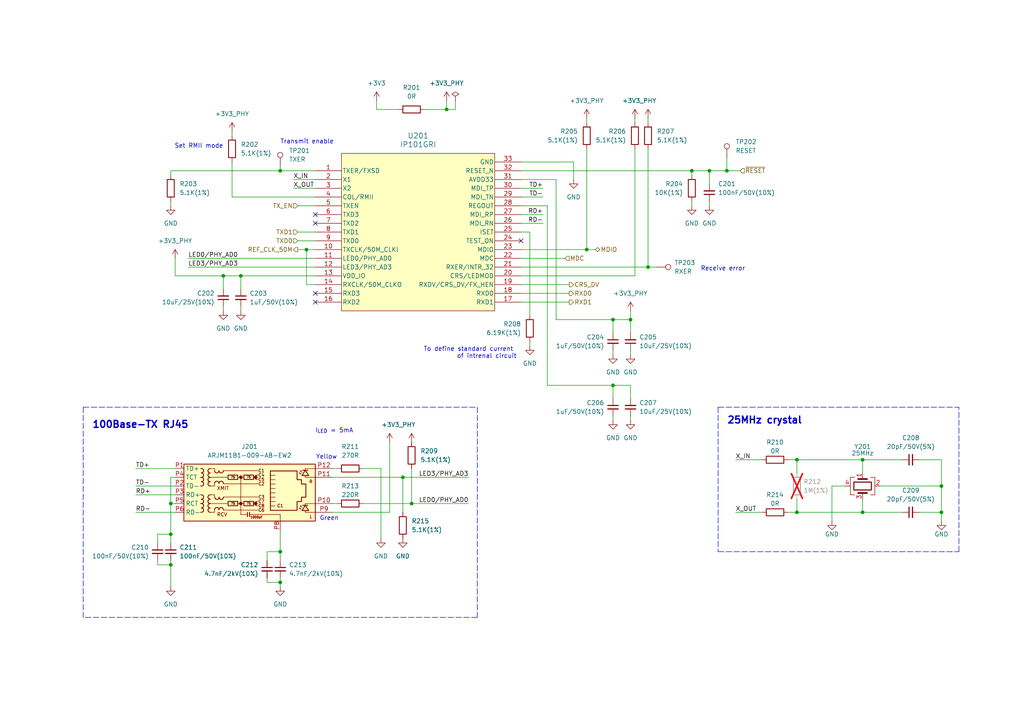
<source format=kicad_sch>
(kicad_sch (version 20230121) (generator eeschema)
  (paper "A4")
  (title_block (title "Safety Ride Radar Sensor") (date "2023-11-18") (rev "Rev.: WIP") (company "ALPS Electric Czech, s.r.o.") (comment 1 "Designed by Martin Tavoda"))
  (lib_symbols
    (symbol "Connector:RJ45_100Base-T"
      (property "Reference" "J201" (at 1.27 13.97 0))
      (property "Value" "ARJM11B1-009-AB-EW2" (at 1.27 11.43 0))
      (symbol "RJ45_100Base-T_0_0"
        (circle (center -1.27 -2.54) (radius 0.0001) (stroke (width 0.508)))
        (circle (center -1.27 5.08) (radius 0.0001) (stroke (width 0.508)))
        (polyline (pts (xy -1.27 5.08) (xy -1.27 -5.715)))
        (polyline (pts (xy 0.635 -5.08) (xy 0.635 -6.35)) (stroke (width 0.254)))
        (polyline (pts (xy 1.27 -5.08) (xy 1.27 -6.35)) (stroke (width 0.254)))
        (polyline (pts (xy 3.048 -2.54) (xy 2.54 -2.54)))
        (polyline (pts (xy 3.048 5.08) (xy 2.54 5.08)))
        (polyline (pts (xy 17.399 -3.175) (xy 17.399 -2.54) (xy 20.32 -2.54)))
        (polyline (pts (xy 17.399 6.985) (xy 17.399 7.62) (xy 20.32 7.62)))
        (polyline (pts (xy 20.32 -5.08) (xy 17.399 -5.08) (xy 17.399 -4.572)))
        (polyline (pts (xy 20.32 5.08) (xy 17.399 5.08) (xy 17.399 5.588)))
        (polyline (pts (xy 3.683 -1.905) (xy 3.048 -1.905) (xy 3.048 -3.175) (xy 3.683 -3.175)))
        (polyline (pts (xy 3.683 5.715) (xy 3.048 5.715) (xy 3.048 4.445) (xy 3.683 4.445)))
        (circle (center 3.048 -2.54) (radius 0.0001) (stroke (width 0.508)))
        (circle (center 3.048 5.08) (radius 0.0001) (stroke (width 0.508)))
        (text "C1" (at 10.16 -3.175 0) (effects (font (size 0.889 0.889))))
        (text "C2" (at 4.699 3.175 0) (effects (font (size 0.889 0.889))))
        (text "C3" (at 4.699 -0.635 0) (effects (font (size 0.889 0.889))))
        (text "C4" (at 4.699 5.715 0) (effects (font (size 0.889 0.889))))
        (text "C5" (at 4.699 4.445 0) (effects (font (size 0.889 0.889))))
        (text "C6" (at 4.699 -4.445 0) (effects (font (size 0.889 0.889))))
        (text "C7" (at 4.699 -1.905 0) (effects (font (size 0.889 0.889))))
        (text "C8" (at 4.699 -3.175 0) (effects (font (size 0.889 0.889))))
        (text "RCV" (at -8.255 -5.715 0) (effects (font (size 1.016 1.016)) (justify left)))
        (text "XMIT" (at -8.255 1.905 0) (effects (font (size 1.016 1.016)) (justify left)))
      )
      (symbol "RJ45_100Base-T_0_1"
        (rectangle (start -17.78 8.89) (end 20.32 -7.62) (stroke (width 0.254)) (fill (type background)))
        (polyline (pts (xy -12.7 -5.08) (xy -13.081 -5.08)))
        (polyline (pts (xy -12.7 -2.54) (xy -13.081 -2.54)))
        (polyline (pts (xy -12.7 0) (xy -13.081 0)))
        (polyline (pts (xy -12.7 2.54) (xy -13.081 2.54)))
        (polyline (pts (xy -12.7 5.08) (xy -13.081 5.08)))
        (polyline (pts (xy -12.7 7.62) (xy -13.081 7.62)))
        (polyline (pts (xy -6.35 -4.445) (xy 3.683 -4.445)))
        (polyline (pts (xy -6.35 3.175) (xy 3.683 3.175)))
        (polyline (pts (xy -6.35 6.985) (xy 3.683 6.985)))
        (polyline (pts (xy -6.223 -0.635) (xy 3.683 -0.635)))
        (polyline (pts (xy -5.08 -2.54) (xy -10.16 -2.54)))
        (polyline (pts (xy -4.953 5.08) (xy -10.16 5.08)))
        (polyline (pts (xy -2.159 -2.54) (xy -0.381 -2.54)))
        (polyline (pts (xy -2.159 5.08) (xy -0.381 5.08)))
        (polyline (pts (xy 0.635 -5.715) (xy -1.27 -5.715)))
        (polyline (pts (xy 7.4295 -1.9685) (xy 8.6995 -1.9685)))
        (polyline (pts (xy 7.4295 -0.6985) (xy 8.6995 -0.6985)))
        (polyline (pts (xy 7.4295 0.5715) (xy 8.6995 0.5715)))
        (polyline (pts (xy 7.4295 1.8415) (xy 8.6995 1.8415)))
        (polyline (pts (xy 7.4295 3.1115) (xy 8.6995 3.1115)))
        (polyline (pts (xy 8.6995 -3.2385) (xy 7.4295 -3.2385)))
        (polyline (pts (xy 8.6995 4.3815) (xy 7.4295 4.3815)))
        (polyline (pts (xy 8.6995 5.6515) (xy 7.4295 5.6515)))
        (polyline (pts (xy 10.16 -5.715) (xy 1.27 -5.715)))
        (polyline (pts (xy 10.16 -5.715) (xy 10.16 -7.62)))
        (polyline (pts (xy -10.16 0) (xy -8.89 0) (xy -8.89 -0.635)))
        (polyline (pts (xy -10.16 7.62) (xy -8.89 7.62) (xy -8.89 6.985)))
        (polyline (pts (xy -8.89 -4.445) (xy -8.89 -5.08) (xy -10.16 -5.08)))
        (polyline (pts (xy -8.89 3.175) (xy -8.89 2.54) (xy -10.16 2.54)))
      )
      (symbol "RJ45_100Base-T_1_0"
        (text "1000pF" (at 3.302 -6.477 0) (effects (font (size 0.635 0.635))))
        (text "C1" (at 4.699 6.985 0) (effects (font (size 0.889 0.889))))
        (text "L" (at 19.05 -6.35 0) (effects (font (size 0.889 0.889))))
        (text "R" (at 19.05 3.81 0) (effects (font (size 0.889 0.889))))
      )
      (symbol "RJ45_100Base-T_1_1"
        (arc (start -12.7 -1.27) (mid -12.0677 -0.635) (end -12.7 0) (stroke (width 0.254)))
        (arc (start -12.6973 -5.08) (mid -12.065 -4.445) (end -12.6973 -3.81) (stroke (width 0.254)))
        (arc (start -12.6973 -3.81) (mid -12.065 -3.175) (end -12.6973 -2.54) (stroke (width 0.254)))
        (arc (start -12.6973 -2.54) (mid -12.065 -1.905) (end -12.6973 -1.27) (stroke (width 0.254)))
        (arc (start -12.6973 6.35) (mid -12.065 6.985) (end -12.6973 7.62) (stroke (width 0.254)))
        (arc (start -12.6946 2.54) (mid -12.0623 3.175) (end -12.6946 3.81) (stroke (width 0.254)))
        (arc (start -12.6946 3.81) (mid -12.0623 4.445) (end -12.6946 5.08) (stroke (width 0.254)))
        (arc (start -12.6946 5.08) (mid -12.0623 5.715) (end -12.6946 6.35) (stroke (width 0.254)))
        (arc (start -10.1654 -2.54) (mid -10.7977 -3.175) (end -10.1654 -3.81) (stroke (width 0.254)))
        (arc (start -10.1654 -1.27) (mid -10.7977 -1.905) (end -10.1654 -2.54) (stroke (width 0.254)))
        (arc (start -10.1654 0) (mid -10.7977 -0.635) (end -10.1654 -1.27) (stroke (width 0.254)))
        (arc (start -10.1654 5.08) (mid -10.7977 4.445) (end -10.1654 3.81) (stroke (width 0.254)))
        (arc (start -10.1654 6.35) (mid -10.7977 5.715) (end -10.1654 5.08) (stroke (width 0.254)))
        (arc (start -10.1654 7.62) (mid -10.7977 6.985) (end -10.1654 6.35) (stroke (width 0.254)))
        (arc (start -10.1627 -3.81) (mid -10.795 -4.445) (end -10.1627 -5.08) (stroke (width 0.254)))
        (arc (start -10.1627 3.81) (mid -10.795 3.175) (end -10.1627 2.54) (stroke (width 0.254)))
        (arc (start -8.89 6.9823) (mid -8.255 6.35) (end -7.62 6.9823) (stroke (width 0.254)))
        (arc (start -8.8265 -0.7012) (mid -8.1915 -1.3335) (end -7.5565 -0.7012) (stroke (width 0.254)))
        (arc (start -7.62 -4.3153) (mid -8.255 -3.683) (end -8.89 -4.3153) (stroke (width 0.254)))
        (arc (start -7.62 3.3047) (mid -8.255 3.937) (end -8.89 3.3047) (stroke (width 0.254)))
        (arc (start -7.62 6.985) (mid -6.985 6.3527) (end -6.35 6.985) (stroke (width 0.254)))
        (arc (start -7.5565 -0.6985) (mid -6.9215 -1.3308) (end -6.2865 -0.6985) (stroke (width 0.254)))
        (arc (start -6.35 -4.3126) (mid -6.985 -3.6803) (end -7.62 -4.3126) (stroke (width 0.254)))
        (arc (start -6.35 3.3074) (mid -6.985 3.9397) (end -7.62 3.3074) (stroke (width 0.254)))
        (rectangle (start -4.953 -1.905) (end -2.159 -3.175) (stroke (width 0.254)))
        (rectangle (start -4.953 5.715) (end -2.159 4.445) (stroke (width 0.254)))
        (rectangle (start -0.381 -1.905) (end 2.413 -3.175) (stroke (width 0.254)))
        (rectangle (start -0.381 5.715) (end 2.413 4.445) (stroke (width 0.254)))
        (polyline (pts (xy 15.748 -3.81) (xy 15.748 -4.064)))
        (polyline (pts (xy 15.748 6.35) (xy 15.748 6.096)))
        (polyline (pts (xy 16.002 -3.175) (xy 16.002 -3.429)))
        (polyline (pts (xy 16.002 6.985) (xy 16.002 6.731)))
        (polyline (pts (xy 16.637 -3.048) (xy 18.161 -3.048)) (stroke (width 0.254)))
        (polyline (pts (xy 16.637 7.112) (xy 18.161 7.112)) (stroke (width 0.254)))
        (polyline (pts (xy 16.256 -4.318) (xy 15.748 -3.81) (xy 16.002 -3.81)))
        (polyline (pts (xy 16.256 5.842) (xy 15.748 6.35) (xy 16.002 6.35)))
        (polyline (pts (xy 16.51 -3.683) (xy 16.002 -3.175) (xy 16.256 -3.175)))
        (polyline (pts (xy 16.51 6.477) (xy 16.002 6.985) (xy 16.256 6.985)))
        (polyline (pts (xy 16.51 -4.572) (xy 18.415 -4.572) (xy 17.399 -3.048) (xy 16.51 -4.572)) (stroke (width 0.254)))
        (polyline (pts (xy 16.51 5.588) (xy 18.415 5.588) (xy 17.399 7.112) (xy 16.51 5.588)) (stroke (width 0.254)))
        (polyline (pts (xy 7.3025 -4.5085) (xy 7.3025 6.9215) (xy 15.0495 6.9215) (xy 15.0495 4.3815) (xy 16.3195 4.3815) (xy 16.3195 3.1115) (xy 17.5895 3.1115) (xy 17.5895 -0.6985) (xy 16.3195 -0.6985) (xy 16.3195 -1.9685) (xy 15.0495 -1.9685) (xy 15.0495 -4.5085) (xy 7.3025 -4.5085)) (stroke (width 0.254)))
        (text "75" (at -3.556 -2.54 0) (effects (font (size 0.635 0.635))))
        (text "75" (at -3.556 5.08 0) (effects (font (size 0.635 0.635))))
        (text "75" (at 1.016 -2.54 0) (effects (font (size 0.635 0.635))))
        (text "75" (at 1.016 5.08 0) (effects (font (size 0.635 0.635))))
        (pin no_connect line (at -8.89 -7.62 270) (length 0) hide (name "NC") (number "13"))
        (pin no_connect line (at -6.35 -7.62 270) (length 0) hide (name "NC") (number "14"))
        (pin passive line (at -20.32 7.62 0) (length 2.54) (name "TD+") (number "P1"))
        (pin passive line (at 25.4 -2.54 180) (length 5.08) (name "") (number "P10"))
        (pin passive line (at 25.4 5.08 180) (length 5.08) (name "") (number "P11"))
        (pin passive line (at 25.4 7.62 180) (length 5.08) (name "") (number "P12"))
        (pin passive line (at -20.32 2.54 0) (length 2.54) (name "TD-") (number "P2"))
        (pin passive line (at -20.32 0 0) (length 2.54) (name "RD+") (number "P3"))
        (pin passive line (at -20.32 5.08 0) (length 2.54) (name "TCT") (number "P4"))
        (pin passive line (at -20.32 -2.54 0) (length 2.54) (name "RCT") (number "P5"))
        (pin passive line (at -20.32 -5.08 0) (length 2.54) (name "RD-") (number "P6"))
        (pin no_connect line (at -11.43 -7.62 270) (length 0) hide (name "NC") (number "P7"))
        (pin passive line (at 10.16 -10.16 90) (length 2.54) (name "") (number "P8"))
        (pin passive line (at 25.4 -5.08 180) (length 5.08) (name "") (number "P9"))
      )
    )
    (symbol "Connector:TestPoint" (pin_numbers hide) (pin_names (offset 0.762) hide)
      (property "Reference" "TP" (at 0 6.858 0))
      (property "Value" "TestPoint" (at 0 5.08 0))
      (symbol "TestPoint_0_1"
        (circle (center 0 3.302) (radius 0.762))
      )
      (symbol "TestPoint_1_1"
        (pin passive line (at 0 0 90) (length 2.54) (name "1") (number "1"))
      )
    )
    (symbol "Device:C_Small" (pin_numbers hide) (pin_names (offset 0.254) hide)
      (property "Reference" "C" (at 0.254 1.778 0))
      (property "Value" "C_Small" (at 0.254 -2.032 0))
      (symbol "C_Small_0_1"
        (polyline (pts (xy -1.524 -0.508) (xy 1.524 -0.508)) (stroke (width 0.3302)))
        (polyline (pts (xy -1.524 0.508) (xy 1.524 0.508)) (stroke (width 0.3048)))
      )
      (symbol "C_Small_1_1"
        (pin passive line (at 0 2.54 270) (length 2.032) (name "~") (number "1"))
        (pin passive line (at 0 -2.54 90) (length 2.032) (name "~") (number "2"))
      )
    )
    (symbol "Device:Crystal_GND24" (pin_names (offset 1.016) hide)
      (property "Reference" "Y" (at 3.175 5.08 0))
      (property "Value" "Crystal_GND24" (at 3.175 3.175 0))
      (symbol "Crystal_GND24_0_1"
        (rectangle (start -1.143 2.54) (end 1.143 -2.54) (stroke (width 0.3048)))
        (polyline (pts (xy -2.54 0) (xy -2.032 0)))
        (polyline (pts (xy -2.032 -1.27) (xy -2.032 1.27)) (stroke (width 0.508)))
        (polyline (pts (xy 0 -3.81) (xy 0 -3.556)))
        (polyline (pts (xy 0 3.556) (xy 0 3.81)))
        (polyline (pts (xy 2.032 -1.27) (xy 2.032 1.27)) (stroke (width 0.508)))
        (polyline (pts (xy 2.032 0) (xy 2.54 0)))
        (polyline (pts (xy -2.54 -2.286) (xy -2.54 -3.556) (xy 2.54 -3.556) (xy 2.54 -2.286)))
        (polyline (pts (xy -2.54 2.286) (xy -2.54 3.556) (xy 2.54 3.556) (xy 2.54 2.286)))
      )
      (symbol "Crystal_GND24_1_1"
        (pin passive line (at -3.81 0 0) (length 1.27) (name "1") (number "1"))
        (pin passive line (at 0 5.08 270) (length 1.27) (name "2") (number "2"))
        (pin passive line (at 3.81 0 180) (length 1.27) (name "3") (number "3"))
        (pin passive line (at 0 -5.08 90) (length 1.27) (name "4") (number "4"))
      )
    )
    (symbol "Device:R" (pin_numbers hide) (pin_names (offset 0))
      (property "Reference" "R" (at 2.032 0 90))
      (property "Value" "R" (at 0 0 90))
      (symbol "R_0_1"
        (rectangle (start -1.016 -2.54) (end 1.016 2.54) (stroke (width 0.254)))
      )
      (symbol "R_1_1"
        (pin passive line (at 0 3.81 270) (length 1.27) (name "~") (number "1"))
        (pin passive line (at 0 -3.81 90) (length 1.27) (name "~") (number "2"))
      )
    )
    (symbol "IP101GRI:IP101GRI" (pin_names (offset 0.254))
      (property "Reference" "U201" (at 29.845 10.16 0))
      (property "Value" "IP101GRI" (at 29.845 7.62 0))
      (symbol "IP101GRI_0_1"
        (pin bidirectional line (at 0 -25.4 0) (length 7.62) (name "LED0/PHY_AD0") (number "11"))
        (pin bidirectional line (at 0 -27.94 0) (length 7.62) (name "LED3/PHY_AD3") (number "12"))
        (pin bidirectional line (at 0 -35.56 0) (length 7.62) (name "RXD3") (number "15"))
        (pin bidirectional line (at 0 -38.1 0) (length 7.62) (name "RXD2") (number "16"))
        (pin bidirectional line (at 0 -12.7 0) (length 7.62) (name "TXD3") (number "6"))
        (pin bidirectional line (at 0 -15.24 0) (length 7.62) (name "TXD2") (number "7"))
        (pin bidirectional line (at 0 -17.78 0) (length 7.62) (name "TXD1") (number "8"))
        (pin bidirectional line (at 0 -20.32 0) (length 7.62) (name "TXD0") (number "9"))
      )
      (symbol "IP101GRI_1_1"
        (rectangle (start 7.62 5.08) (end 52.07 -40.64) (fill (type background)))
        (pin passive line (at 0 0 0) (length 7.62) (name "TXER/FXSD") (number "1"))
        (pin passive line (at 0 -22.86 0) (length 7.62) (name "TXCLK/50M_CLKI") (number "10"))
        (pin power_in line (at 0 -30.48 0) (length 7.62) (name "VDD_IO") (number "13"))
        (pin passive line (at 0 -33.02 0) (length 7.62) (name "RXCLK/50M_CLKO") (number "14"))
        (pin bidirectional line (at 59.69 -38.1 180) (length 7.62) (name "RXD1") (number "17"))
        (pin bidirectional line (at 59.69 -35.56 180) (length 7.62) (name "RXD0") (number "18"))
        (pin passive line (at 59.69 -33.02 180) (length 7.62) (name "RXDV/CRS_DV/FX_HEN") (number "19"))
        (pin bidirectional line (at 0 -2.54 0) (length 7.62) (name "X1") (number "2"))
        (pin passive line (at 59.69 -30.48 180) (length 7.62) (name "CRS/LEDMOD") (number "20"))
        (pin passive line (at 59.69 -27.94 180) (length 7.62) (name "RXER/INTR_32") (number "21"))
        (pin passive line (at 59.69 -25.4 180) (length 7.62) (name "MDC") (number "22"))
        (pin passive line (at 59.69 -22.86 180) (length 7.62) (name "MDIO") (number "23"))
        (pin passive line (at 59.69 -20.32 180) (length 7.62) (name "TEST_ON") (number "24"))
        (pin passive line (at 59.69 -17.78 180) (length 7.62) (name "ISET") (number "25"))
        (pin passive line (at 59.69 -15.24 180) (length 7.62) (name "MDI_RN") (number "26"))
        (pin passive line (at 59.69 -12.7 180) (length 7.62) (name "MDI_RP") (number "27"))
        (pin output line (at 59.69 -10.16 180) (length 7.62) (name "REGOUT") (number "28"))
        (pin passive line (at 59.69 -7.62 180) (length 7.62) (name "MDI_TN") (number "29"))
        (pin passive line (at 0 -5.08 0) (length 7.62) (name "X2") (number "3"))
        (pin passive line (at 59.69 -5.08 180) (length 7.62) (name "MDI_TP") (number "30"))
        (pin power_in line (at 59.69 -2.54 180) (length 7.62) (name "AVDD33") (number "31"))
        (pin passive line (at 59.69 0 180) (length 7.62) (name "RESET_N") (number "32"))
        (pin power_out line (at 59.69 2.54 180) (length 7.62) (name "GND") (number "33"))
        (pin passive line (at 0 -7.62 0) (length 7.62) (name "COL/RMII") (number "4"))
        (pin passive line (at 0 -10.16 0) (length 7.62) (name "TXEN") (number "5"))
      )
    )
    (symbol "power:+3V3" (power) (pin_names (offset 0))
      (property "Value" "+3V3" (at 0 3.556 0))
      (symbol "+3V3_0_1"
        (polyline (pts (xy -0.762 1.27) (xy 0 2.54)))
        (polyline (pts (xy 0 0) (xy 0 2.54)))
        (polyline (pts (xy 0 2.54) (xy 0.762 1.27)))
      )
      (symbol "+3V3_1_1"
        (pin power_in line (at 0 0 90) (length 0) hide (name "+3V3") (number "1"))
      )
    )
    (symbol "power:+3V3_PHY" (power) (pin_names (offset 0))
      (property "Value" "+3V3_PHY" (at 0 5.08 0))
      (symbol "+3V3_PHY_0_1"
        (polyline (pts (xy -0.762 1.27) (xy 0 2.54)))
        (polyline (pts (xy 0 0) (xy 0 2.54)))
        (polyline (pts (xy 0 2.54) (xy 0.762 1.27)))
      )
      (symbol "+3V3_PHY_1_1"
        (pin power_in line (at 0 0 90) (length 0) hide (name "+3V3_PHY") (number "1"))
      )
    )
    (symbol "power:GND" (power) (pin_names (offset 0))
      (property "Value" "GND" (at 0 -3.81 0))
      (symbol "GND_0_1"
        (polyline (pts (xy 0 0) (xy 0 -1.27) (xy 1.27 -1.27) (xy 0 -2.54) (xy -1.27 -1.27) (xy 0 -1.27)))
      )
      (symbol "GND_1_1"
        (pin power_in line (at 0 0 270) (length 0) hide (name "GND") (number "1"))
      )
    )
    (symbol "power:PWR_FLAG" (power) (pin_numbers hide) (pin_names (offset 0) hide)
      (property "Value" "PWR_FLAG" (at 0 3.81 0))
      (symbol "PWR_FLAG_0_0"
        (pin power_out line (at 0 0 90) (length 0) (name "pwr") (number "1"))
      )
      (symbol "PWR_FLAG_0_1"
        (polyline (pts (xy 0 0) (xy 0 1.27) (xy -1.016 1.905) (xy 0 2.54) (xy 1.016 1.905) (xy 0 1.27)))
      )
    )
  )
  (junction (at 273.05 140.97))
  (junction (at 69.85 80.01))
  (junction (at 64.77 80.01))
  (junction (at 205.74 49.53))
  (junction (at 187.96 77.47))
  (junction (at 49.53 146.05))
  (junction (at 81.28 160.02))
  (junction (at 231.14 148.59))
  (junction (at 119.38 146.05))
  (junction (at 49.53 163.83))
  (junction (at 231.14 133.35))
  (junction (at 116.84 138.43))
  (junction (at 200.66 49.53))
  (junction (at 177.8 92.71))
  (junction (at 129.54 31.75))
  (junction (at 273.05 148.59))
  (junction (at 170.18 72.39))
  (junction (at 88.9 72.39))
  (junction (at 250.19 148.59))
  (junction (at 250.19 133.35))
  (junction (at 182.88 92.71))
  (junction (at 81.28 49.53))
  (junction (at 177.8 111.76))
  (junction (at 81.28 168.91))
  (junction (at 49.53 154.94))
  (junction (at 210.82 49.53))
  (no_connect (at 91.44 87.63))
  (no_connect (at 151.13 69.85))
  (no_connect (at 91.44 64.77))
  (no_connect (at 91.44 62.23))
  (no_connect (at 91.44 85.09))
  (wire (pts (xy 182.88 111.76) (xy 182.88 115.57)))
  (wire (pts (xy 170.18 72.39) (xy 172.72 72.39)))
  (polyline (pts (xy 24.13 118.11) (xy 138.43 118.11)) (stroke (width 0) (type dash)))
  (wire (pts (xy 81.28 48.26) (xy 81.28 49.53)))
  (wire (pts (xy 177.8 111.76) (xy 182.88 111.76)))
  (wire (pts (xy 273.05 148.59) (xy 273.05 151.13)))
  (wire (pts (xy 231.14 148.59) (xy 250.19 148.59)))
  (wire (pts (xy 213.36 133.35) (xy 220.98 133.35)))
  (wire (pts (xy 200.66 50.8) (xy 200.66 49.53)))
  (wire (pts (xy 200.66 58.42) (xy 200.66 59.69)))
  (wire (pts (xy 205.74 58.42) (xy 205.74 59.69)))
  (wire (pts (xy 119.38 146.05) (xy 135.89 146.05)))
  (wire (pts (xy 69.85 80.01) (xy 91.44 80.01)))
  (wire (pts (xy 123.19 31.75) (xy 129.54 31.75)))
  (wire (pts (xy 81.28 168.91) (xy 81.28 167.64)))
  (wire (pts (xy 151.13 67.31) (xy 153.67 67.31)))
  (wire (pts (xy 96.52 135.89) (xy 97.79 135.89)))
  (wire (pts (xy 49.53 49.53) (xy 49.53 50.8)))
  (wire (pts (xy 77.47 162.56) (xy 77.47 160.02)))
  (wire (pts (xy 182.88 92.71) (xy 182.88 96.52)))
  (wire (pts (xy 273.05 133.35) (xy 273.05 140.97)))
  (wire (pts (xy 67.31 46.99) (xy 67.31 57.15)))
  (wire (pts (xy 85.09 54.61) (xy 91.44 54.61)))
  (wire (pts (xy 151.13 82.55) (xy 165.1 82.55)))
  (wire (pts (xy 182.88 90.17) (xy 182.88 92.71)))
  (wire (pts (xy 109.22 29.21) (xy 109.22 31.75)))
  (wire (pts (xy 231.14 144.78) (xy 231.14 148.59)))
  (wire (pts (xy 182.88 101.6) (xy 182.88 102.87)))
  (wire (pts (xy 158.75 111.76) (xy 158.75 59.69)))
  (wire (pts (xy 228.6 133.35) (xy 231.14 133.35)))
  (wire (pts (xy 49.53 138.43) (xy 49.53 146.05)))
  (wire (pts (xy 255.27 140.97) (xy 273.05 140.97)))
  (wire (pts (xy 151.13 52.07) (xy 161.29 52.07)))
  (wire (pts (xy 273.05 140.97) (xy 273.05 148.59)))
  (wire (pts (xy 184.15 34.29) (xy 184.15 35.56)))
  (wire (pts (xy 49.53 154.94) (xy 49.53 146.05)))
  (wire (pts (xy 86.36 72.39) (xy 88.9 72.39)))
  (wire (pts (xy 153.67 67.31) (xy 153.67 91.44)))
  (wire (pts (xy 85.09 52.07) (xy 91.44 52.07)))
  (wire (pts (xy 96.52 146.05) (xy 97.79 146.05)))
  (wire (pts (xy 241.3 140.97) (xy 245.11 140.97)))
  (polyline (pts (xy 208.28 160.02) (xy 278.13 160.02)) (stroke (width 0) (type dash)))
  (polyline (pts (xy 138.43 118.11) (xy 138.43 179.07)) (stroke (width 0) (type dash)))
  (wire (pts (xy 250.19 144.78) (xy 250.19 148.59)))
  (wire (pts (xy 88.9 72.39) (xy 91.44 72.39)))
  (wire (pts (xy 228.6 148.59) (xy 231.14 148.59)))
  (wire (pts (xy 213.36 148.59) (xy 220.98 148.59)))
  (wire (pts (xy 151.13 49.53) (xy 200.66 49.53)))
  (wire (pts (xy 266.7 148.59) (xy 273.05 148.59)))
  (polyline (pts (xy 278.13 160.02) (xy 278.13 118.11)) (stroke (width 0) (type dash)))
  (wire (pts (xy 250.19 133.35) (xy 261.62 133.35)))
  (wire (pts (xy 110.49 135.89) (xy 110.49 156.21)))
  (wire (pts (xy 39.37 140.97) (xy 50.8 140.97)))
  (wire (pts (xy 182.88 120.65) (xy 182.88 121.92)))
  (wire (pts (xy 187.96 34.29) (xy 187.96 35.56)))
  (wire (pts (xy 39.37 135.89) (xy 50.8 135.89)))
  (wire (pts (xy 54.61 77.47) (xy 91.44 77.47)))
  (wire (pts (xy 177.8 101.6) (xy 177.8 102.87)))
  (wire (pts (xy 77.47 168.91) (xy 81.28 168.91)))
  (polyline (pts (xy 24.13 118.11) (xy 24.13 179.07)) (stroke (width 0) (type dash)))
  (polyline (pts (xy 208.28 118.11) (xy 208.28 160.02)) (stroke (width 0) (type dash)))
  (wire (pts (xy 241.3 140.97) (xy 241.3 151.13)))
  (wire (pts (xy 81.28 153.67) (xy 81.28 160.02)))
  (wire (pts (xy 177.8 92.71) (xy 177.8 96.52)))
  (wire (pts (xy 132.08 31.75) (xy 129.54 31.75)))
  (wire (pts (xy 151.13 80.01) (xy 184.15 80.01)))
  (wire (pts (xy 67.31 57.15) (xy 91.44 57.15)))
  (wire (pts (xy 231.14 133.35) (xy 250.19 133.35)))
  (wire (pts (xy 39.37 143.51) (xy 50.8 143.51)))
  (wire (pts (xy 113.03 148.59) (xy 96.52 148.59)))
  (wire (pts (xy 81.28 49.53) (xy 91.44 49.53)))
  (wire (pts (xy 151.13 57.15) (xy 157.48 57.15)))
  (wire (pts (xy 77.47 167.64) (xy 77.47 168.91)))
  (wire (pts (xy 45.72 154.94) (xy 49.53 154.94)))
  (wire (pts (xy 177.8 120.65) (xy 177.8 121.92)))
  (wire (pts (xy 45.72 163.83) (xy 49.53 163.83)))
  (wire (pts (xy 187.96 77.47) (xy 190.5 77.47)))
  (wire (pts (xy 184.15 80.01) (xy 184.15 43.18)))
  (wire (pts (xy 151.13 85.09) (xy 165.1 85.09)))
  (wire (pts (xy 86.36 69.85) (xy 91.44 69.85)))
  (wire (pts (xy 91.44 82.55) (xy 88.9 82.55)))
  (wire (pts (xy 170.18 43.18) (xy 170.18 72.39)))
  (wire (pts (xy 151.13 62.23) (xy 157.48 62.23)))
  (wire (pts (xy 77.47 160.02) (xy 81.28 160.02)))
  (polyline (pts (xy 208.28 118.11) (xy 278.13 118.11)) (stroke (width 0) (type dash)))
  (wire (pts (xy 210.82 49.53) (xy 205.74 49.53)))
  (wire (pts (xy 119.38 135.89) (xy 119.38 146.05)))
  (wire (pts (xy 96.52 138.43) (xy 116.84 138.43)))
  (wire (pts (xy 81.28 168.91) (xy 81.28 170.18)))
  (wire (pts (xy 161.29 92.71) (xy 177.8 92.71)))
  (wire (pts (xy 49.53 163.83) (xy 49.53 170.18)))
  (wire (pts (xy 151.13 87.63) (xy 165.1 87.63)))
  (wire (pts (xy 151.13 72.39) (xy 170.18 72.39)))
  (wire (pts (xy 64.77 88.9) (xy 64.77 90.17)))
  (wire (pts (xy 153.67 99.06) (xy 153.67 100.33)))
  (wire (pts (xy 49.53 58.42) (xy 49.53 59.69)))
  (wire (pts (xy 50.8 138.43) (xy 49.53 138.43)))
  (wire (pts (xy 170.18 34.29) (xy 170.18 35.56)))
  (wire (pts (xy 177.8 111.76) (xy 177.8 115.57)))
  (wire (pts (xy 105.41 146.05) (xy 119.38 146.05)))
  (wire (pts (xy 151.13 74.93) (xy 163.83 74.93)))
  (wire (pts (xy 177.8 92.71) (xy 182.88 92.71)))
  (wire (pts (xy 64.77 80.01) (xy 64.77 83.82)))
  (wire (pts (xy 81.28 49.53) (xy 49.53 49.53)))
  (wire (pts (xy 250.19 148.59) (xy 261.62 148.59)))
  (wire (pts (xy 250.19 133.35) (xy 250.19 137.16)))
  (wire (pts (xy 187.96 77.47) (xy 187.96 43.18)))
  (wire (pts (xy 45.72 157.48) (xy 45.72 154.94)))
  (wire (pts (xy 113.03 128.27) (xy 113.03 148.59)))
  (wire (pts (xy 105.41 135.89) (xy 110.49 135.89)))
  (wire (pts (xy 54.61 74.93) (xy 91.44 74.93)))
  (wire (pts (xy 81.28 162.56) (xy 81.28 160.02)))
  (wire (pts (xy 67.31 38.1) (xy 67.31 39.37)))
  (wire (pts (xy 49.53 146.05) (xy 50.8 146.05)))
  (wire (pts (xy 151.13 54.61) (xy 157.48 54.61)))
  (wire (pts (xy 64.77 80.01) (xy 69.85 80.01)))
  (wire (pts (xy 166.37 46.99) (xy 151.13 46.99)))
  (wire (pts (xy 132.08 29.21) (xy 132.08 31.75)))
  (wire (pts (xy 158.75 59.69) (xy 151.13 59.69)))
  (wire (pts (xy 39.37 148.59) (xy 50.8 148.59)))
  (wire (pts (xy 151.13 77.47) (xy 187.96 77.47)))
  (wire (pts (xy 210.82 45.72) (xy 210.82 49.53)))
  (wire (pts (xy 49.53 157.48) (xy 49.53 154.94)))
  (wire (pts (xy 129.54 31.75) (xy 129.54 29.21)))
  (wire (pts (xy 69.85 80.01) (xy 69.85 83.82)))
  (wire (pts (xy 266.7 133.35) (xy 273.05 133.35)))
  (wire (pts (xy 161.29 52.07) (xy 161.29 92.71)))
  (wire (pts (xy 49.53 163.83) (xy 49.53 162.56)))
  (wire (pts (xy 45.72 162.56) (xy 45.72 163.83)))
  (wire (pts (xy 166.37 52.07) (xy 166.37 46.99)))
  (wire (pts (xy 177.8 111.76) (xy 158.75 111.76)))
  (wire (pts (xy 205.74 49.53) (xy 205.74 53.34)))
  (wire (pts (xy 50.8 74.93) (xy 50.8 80.01)))
  (wire (pts (xy 200.66 49.53) (xy 205.74 49.53)))
  (wire (pts (xy 88.9 82.55) (xy 88.9 72.39)))
  (wire (pts (xy 151.13 64.77) (xy 157.48 64.77)))
  (wire (pts (xy 231.14 133.35) (xy 231.14 137.16)))
  (wire (pts (xy 109.22 31.75) (xy 115.57 31.75)))
  (wire (pts (xy 116.84 138.43) (xy 116.84 148.59)))
  (wire (pts (xy 50.8 80.01) (xy 64.77 80.01)))
  (wire (pts (xy 116.84 138.43) (xy 135.89 138.43)))
  (wire (pts (xy 86.36 67.31) (xy 91.44 67.31)))
  (wire (pts (xy 69.85 88.9) (xy 69.85 90.17)))
  (polyline (pts (xy 138.43 179.07) (xy 24.13 179.07)) (stroke (width 0) (type dash)))
  (wire (pts (xy 86.36 59.69) (xy 91.44 59.69)))
  (wire (pts (xy 214.63 49.53) (xy 210.82 49.53)))
  (text "Green" (at 92.71 151.13 0) (effects (font (size 1.27 1.27)) (justify left bottom)))
  (text "100Base-TX RJ45" (at 26.67 124.46 0) (effects (font (size 2 2) (thickness 0.4) bold) (justify left bottom)))
  (text "I_{LED} = 5mA" (at 91.44 125.73 0) (effects (font (size 1.27 1.27)) (justify left bottom)))
  (text "25MHz crystal" (at 210.82 123.19 0) (effects (font (size 2 2) (thickness 0.4) bold) (justify left bottom)))
  (text "Receive error" (at 203.2 78.74 0) (effects (font (size 1.27 1.27)) (justify left bottom)))
  (text "Set RMII mode" (at 64.77 43.18 0) (effects (font (size 1.27 1.27)) (justify right bottom)))
  (text "Yellow" (at 97.79 133.35 0) (effects (font (size 1.27 1.27)) (justify right bottom)))
  (text "Transmit enable" (at 81.28 41.91 0) (effects (font (size 1.27 1.27)) (justify left bottom)))
  (text "To define standard current \nof intrenal circuit" (at 149.86 104.14 0) (effects (font (size 1.27 1.27)) (justify right bottom)))
  (label "X_IN" (at 85.09 52.07 0))
  (label "X_OUT" (at 85.09 54.61 0))
  (label "TD+" (at 39.37 135.89 0))
  (label "TD-" (at 157.48 57.15 180))
  (label "RD-" (at 157.48 64.77 180))
  (label "LED0{slash}PHY_AD0" (at 135.89 146.05 180))
  (label "X_IN" (at 213.36 133.35 0))
  (label "LED3{slash}PHY_AD3" (at 54.61 77.47 0))
  (label "RD+" (at 39.37 143.51 0))
  (label "RD+" (at 157.48 62.23 180))
  (label "TD+" (at 157.48 54.61 180))
  (label "LED3{slash}PHY_AD3" (at 135.89 138.43 180))
  (label "LED0{slash}PHY_AD0" (at 54.61 74.93 0))
  (label "RD-" (at 39.37 148.59 0))
  (label "X_OUT" (at 213.36 148.59 0))
  (label "TD-" (at 39.37 140.97 0))
  (hierarchical_label "TX_EN" (shape input) (at 86.36 59.69 180))
  (hierarchical_label "CRS_DV" (shape output) (at 165.1 82.55 0))
  (hierarchical_label "MDIO" (shape bidirectional) (at 172.72 72.39 0))
  (hierarchical_label "MDC" (shape input) (at 163.83 74.93 0))
  (hierarchical_label "REF_CLK_50M" (shape output) (at 86.36 72.39 180))
  (hierarchical_label "RXD1" (shape output) (at 165.1 87.63 0))
  (hierarchical_label "TXD1" (shape input) (at 86.36 67.31 180))
  (hierarchical_label "~{RESET}" (shape input) (at 214.63 49.53 0))
  (hierarchical_label "TXD0" (shape input) (at 86.36 69.85 180))
  (hierarchical_label "RXD0" (shape output) (at 165.1 85.09 0))
  (symbol (lib_id "Device:R") (at 116.84 152.4 180) (unit 1)
    (property "Reference" "R215" (at 119.38 151.13 0) (effects (justify right)))
    (property "Value" "5.1K(1%)" (at 119.38 153.67 0) (effects (justify right)))
    (property "Footprint" "Resistor_SMD:R_0603_1608Metric" (effects hide))
    (property "LCSC" "C23186" (effects hide))
  )
  (symbol (lib_id "Device:R") (at 119.38 132.08 0) (mirror x) (unit 1)
    (property "Reference" "R209" (at 121.92 130.81 0) (effects (justify left)))
    (property "Value" "5.1K(1%)" (at 121.92 133.35 0) (effects (justify left)))
    (property "Footprint" "Resistor_SMD:R_0603_1608Metric" (effects hide))
    (property "LCSC" "C23186" (effects hide))
  )
  (symbol (lib_id "Device:C_Small") (at 64.77 86.36 0) (mirror x) (unit 1)
    (property "Reference" "C202" (at 62.23 85.0836 0) (effects (justify right)))
    (property "Value" "10uF/25V(10%)" (at 62.23 87.6236 0) (effects (justify right)))
    (property "Footprint" "Capacitor_SMD:C_1206_3216Metric" (effects hide))
    (property "LCSC" "C77090" (effects hide))
  )
  (symbol (lib_id "Connector:TestPoint") (at 210.82 45.72 0) (unit 1)
    (property "Reference" "TP202" (at 213.36 41.148 0) (effects (justify left)))
    (property "Value" "RESET" (at 213.36 43.688 0) (effects (justify left)))
    (property "Footprint" "TestPoint:TestPoint_Pad_D2.0mm" (effects hide))
  )
  (symbol (lib_id "Device:Crystal_GND24") (at 250.19 140.97 270) (unit 1)
    (property "Reference" "Y201" (at 250.19 129.54 90))
    (property "Value" "25MHz" (at 250.19 131.445 90))
    (property "Footprint" "Crystal:Crystal_SMD_3225-4Pin_3.2x2.5mm" (effects hide))
    (property "Datasheet" "https://datasheet.lcsc.com/lcsc/2304140030_TAITIEN-Elec-XXCBCLNANF-25M_C124313.pdf" (effects hide))
    (property "LCSC" "C124313" (effects hide))
  )
  (symbol (lib_id "power:GND") (at 182.88 102.87 0) (mirror y) (unit 1)
    (property "Reference" "#PWR0217" (effects hide))
    (property "Value" "GND" (at 182.88 107.95 0))
  )
  (symbol (lib_id "power:GND") (at 81.28 170.18 0) (mirror y) (unit 1)
    (property "Reference" "#PWR0227" (effects hide))
    (property "Value" "GND" (at 81.28 175.26 0))
  )
  (symbol (lib_id "power:GND") (at 177.8 102.87 0) (mirror y) (unit 1)
    (property "Reference" "#PWR0216" (effects hide))
    (property "Value" "GND" (at 177.8 107.95 0))
  )
  (symbol (lib_id "power:GND") (at 110.49 156.21 0) (mirror y) (unit 1)
    (property "Reference" "#PWR0224" (effects hide))
    (property "Value" "GND" (at 110.49 161.29 0))
  )
  (symbol (lib_id "power:GND") (at 166.37 52.07 0) (unit 1)
    (property "Reference" "#PWR0204" (effects hide))
    (property "Value" "GND" (at 166.37 57.15 0))
  )
  (symbol (lib_id "Device:R") (at 170.18 39.37 0) (mirror y) (unit 1)
    (property "Reference" "R205" (at 167.64 38.1 0) (effects (justify left)))
    (property "Value" "5.1K(1%)" (at 167.64 40.64 0) (effects (justify left)))
    (property "Footprint" "Resistor_SMD:R_0603_1608Metric" (effects hide))
    (property "LCSC" "C23186" (effects hide))
  )
  (symbol (lib_id "Device:R") (at 49.53 54.61 0) (unit 1)
    (property "Reference" "R203" (at 52.07 53.34 0) (effects (justify left)))
    (property "Value" "5.1K(1%)" (at 52.07 55.88 0) (effects (justify left)))
    (property "Footprint" "Resistor_SMD:R_0603_1608Metric" (effects hide))
    (property "LCSC" "C23186" (effects hide))
  )
  (symbol (lib_id "IP101GRI:IP101GRI") (at 91.44 49.53 0) (unit 1)
    (property "Reference" "U201" (at 121.285 39.37 0) (effects (font (size 1.524 1.524))))
    (property "Value" "IP101GRI" (at 121.285 41.91 0) (effects (font (size 1.524 1.524))))
    (property "Footprint" "IP101GRI:QFN_IP101GRI_WIZ" (effects hide))
    (property "Datasheet" "https://datasheet.lcsc.com/lcsc/2206021645_WIZNET-IP101GRI_C910373.pdf" (effects hide))
    (property "LCSC" "C703537" (effects hide))
  )
  (symbol (lib_id "Device:C_Small") (at 177.8 118.11 0) (mirror y) (unit 1)
    (property "Reference" "C206" (at 175.26 116.8463 0) (effects (justify left)))
    (property "Value" "1uF/50V(10%)" (at 175.26 119.3863 0) (effects (justify left)))
    (property "Footprint" "Capacitor_SMD:C_0603_1608Metric" (effects hide))
    (property "LCSC" "C15849" (effects hide))
  )
  (symbol (lib_id "Device:C_Small") (at 69.85 86.36 0) (unit 1)
    (property "Reference" "C203" (at 72.39 85.0963 0) (effects (justify left)))
    (property "Value" "1uF/50V(10%)" (at 72.39 87.6363 0) (effects (justify left)))
    (property "Footprint" "Capacitor_SMD:C_0603_1608Metric" (effects hide))
    (property "LCSC" "C15849" (effects hide))
  )
  (symbol (lib_id "power:+3V3_PHY") (at 184.15 34.29 0) (unit 1)
    (property "Reference" "#PWR0209" (effects hide))
    (property "Value" "+3V3_PHY" (at 185.42 29.21 0))
  )
  (symbol (lib_id "Device:R") (at 187.96 39.37 0) (unit 1)
    (property "Reference" "R207" (at 190.5 38.1 0) (effects (justify left)))
    (property "Value" "5.1K(1%)" (at 190.5 40.64 0) (effects (justify left)))
    (property "Footprint" "Resistor_SMD:R_0603_1608Metric" (effects hide))
    (property "LCSC" "C23186" (effects hide))
  )
  (symbol (lib_id "Connector:TestPoint") (at 81.28 48.26 0) (unit 1)
    (property "Reference" "TP201" (at 83.82 43.688 0) (effects (justify left)))
    (property "Value" "TXER" (at 83.82 46.228 0) (effects (justify left)))
    (property "Footprint" "TestPoint:TestPoint_Pad_D2.0mm" (effects hide))
  )
  (symbol (lib_id "Device:C_Small") (at 182.88 99.06 180) (unit 1)
    (property "Reference" "C205" (at 185.42 97.7836 0) (effects (justify right)))
    (property "Value" "10uF/25V(10%)" (at 185.42 100.3236 0) (effects (justify right)))
    (property "Footprint" "Capacitor_SMD:C_1206_3216Metric" (effects hide))
    (property "LCSC" "C77090" (effects hide))
  )
  (symbol (lib_id "Device:C_Small") (at 49.53 160.02 0) (unit 1)
    (property "Reference" "C211" (at 52.07 158.7563 0) (effects (justify left)))
    (property "Value" "100nF/50V(10%)" (at 52.07 161.2963 0) (effects (justify left)))
    (property "Footprint" "Capacitor_SMD:C_0603_1608Metric" (effects hide))
    (property "LCSC" "C14663" (effects hide))
  )
  (symbol (lib_id "power:GND") (at 200.66 59.69 0) (unit 1)
    (property "Reference" "#PWR0208" (effects hide))
    (property "Value" "GND" (at 200.66 64.77 0))
  )
  (symbol (lib_id "Device:C_Small") (at 77.47 165.1 0) (mirror y) (unit 1)
    (property "Reference" "C212" (at 74.93 163.8363 0) (effects (justify left)))
    (property "Value" "4.7nF/2kV(10%)" (at 74.93 166.3763 0) (effects (justify left)))
    (property "Footprint" "Capacitor_SMD:C_1206_3216Metric" (effects hide))
    (property "LCSC" "C41017" (effects hide))
  )
  (symbol (lib_id "Device:R") (at 119.38 31.75 270) (unit 1)
    (property "Reference" "R201" (at 119.38 25.4 90))
    (property "Value" "0R" (at 119.38 27.94 90))
    (property "Footprint" "Resistor_SMD:R_0805_2012Metric" (effects hide))
    (property "LCSC" "C17477" (effects hide))
    (instances (project "CycloRadarDemoKit" (path "" (reference "R201") (unit 1)) (path "" (reference "R418") (unit 1))))
  )
  (symbol (lib_id "Device:C_Small") (at 264.16 148.59 90) (unit 1)
    (property "Reference" "C209" (at 264.1663 142.24 90))
    (property "Value" "20pF/50V(5%)" (at 264.1663 144.78 90))
  )
  (symbol (lib_id "Device:C_Small") (at 177.8 99.06 0) (mirror y) (unit 1)
    (property "Reference" "C204" (at 175.26 97.7963 0) (effects (justify left)))
    (property "Value" "1uF/50V(10%)" (at 175.26 100.3363 0) (effects (justify left)))
    (property "Footprint" "Capacitor_SMD:C_0603_1608Metric" (effects hide))
    (property "LCSC" "C15849" (effects hide))
  )
  (symbol (lib_id "power:+3V3_PHY") (at 129.54 29.21 0) (unit 1)
    (property "Reference" "#PWR0202" (effects hide))
    (property "Value" "+3V3_PHY" (at 129.54 24.13 0))
    (instances (project "CycloRadarDemoKit" (path "" (reference "#PWR0202") (unit 1)) (path "" (reference "#PWR0427") (unit 1))))
  )
  (symbol (lib_id "Device:R") (at 67.31 43.18 0) (unit 1)
    (property "Reference" "R202" (at 69.85 41.91 0) (effects (justify left)))
    (property "Value" "5.1K(1%)" (at 69.85 44.45 0) (effects (justify left)))
    (property "Footprint" "Resistor_SMD:R_0603_1608Metric" (effects hide))
    (property "LCSC" "C23186" (effects hide))
  )
  (symbol (lib_id "Device:C_Small") (at 205.74 55.88 180) (unit 1)
    (property "Reference" "C201" (at 208.28 53.34 0) (effects (justify right)))
    (property "Value" "100nF/50V(10%)" (at 208.28 55.88 0) (effects (justify right)))
    (property "Footprint" "Capacitor_SMD:C_0603_1608Metric" (effects hide))
    (property "LCSC" "C14663" (effects hide))
  )
  (symbol (lib_id "power:GND") (at 241.3 151.13 0) (unit 1)
    (property "Reference" "#PWR0222" (effects hide))
    (property "Value" "GND" (at 241.3 154.94 0))
  )
  (symbol (lib_id "power:GND") (at 205.74 59.69 0) (unit 1)
    (property "Reference" "#PWR0207" (effects hide))
    (property "Value" "GND" (at 205.74 64.77 0))
  )
  (symbol (lib_id "power:GND") (at 69.85 90.17 0) (unit 1)
    (property "Reference" "#PWR0213" (effects hide))
    (property "Value" "GND" (at 69.85 95.25 0))
  )
  (symbol (lib_id "power:GND") (at 182.88 121.92 0) (mirror y) (unit 1)
    (property "Reference" "#PWR0219" (effects hide))
    (property "Value" "GND" (at 182.88 127 0))
  )
  (symbol (lib_id "power:+3V3_PHY") (at 50.8 74.93 0) (unit 1)
    (property "Reference" "#PWR0211" (effects hide))
    (property "Value" "+3V3_PHY" (at 50.8 69.85 0))
  )
  (symbol (lib_id "power:+3V3_PHY") (at 170.18 34.29 0) (unit 1)
    (property "Reference" "#PWR0206" (effects hide))
    (property "Value" "+3V3_PHY" (at 170.18 29.21 0))
  )
  (symbol (lib_id "power:+3V3_PHY") (at 182.88 90.17 0) (unit 1)
    (property "Reference" "#PWR0214" (effects hide))
    (property "Value" "+3V3_PHY" (at 182.88 85.09 0))
  )
  (symbol (lib_id "Device:R") (at 101.6 135.89 270) (unit 1)
    (property "Reference" "R211" (at 101.6 129.54 90))
    (property "Value" "270R" (at 101.6 132.08 90))
    (property "Footprint" "Resistor_SMD:R_0603_1608Metric" (effects hide))
    (property "LCSC" "C22966" (effects hide))
  )
  (symbol (lib_id "power:+3V3_PHY") (at 67.31 38.1 0) (unit 1)
    (property "Reference" "#PWR0203" (effects hide))
    (property "Value" "+3V3_PHY" (at 67.31 33.02 0))
  )
  (symbol (lib_id "Device:R") (at 184.15 39.37 0) (mirror y) (unit 1)
    (property "Reference" "R206" (at 181.61 38.1 0) (effects (justify left)))
    (property "Value" "5.1K(1%)" (at 181.61 40.64 0) (effects (justify left)))
    (property "Footprint" "Resistor_SMD:R_0603_1608Metric" (effects hide))
    (property "LCSC" "C23186" (effects hide))
  )
  (symbol (lib_id "Device:C_Small") (at 45.72 160.02 0) (mirror y) (unit 1)
    (property "Reference" "C210" (at 43.18 158.7563 0) (effects (justify left)))
    (property "Value" "100nF/50V(10%)" (at 43.18 161.2963 0) (effects (justify left)))
    (property "Footprint" "Capacitor_SMD:C_0603_1608Metric" (effects hide))
    (property "LCSC" "C14663" (effects hide))
  )
  (symbol (lib_id "Device:R") (at 224.79 148.59 90) (unit 1)
    (property "Reference" "R214" (at 224.79 143.51 90))
    (property "Value" "0R" (at 224.79 146.05 90))
    (property "Footprint" "Resistor_SMD:R_0805_2012Metric" (effects hide))
    (property "LCSC" "C17477" (effects hide))
  )
  (symbol (lib_id "power:PWR_FLAG") (at 132.08 29.21 0) (unit 1)
    (property "Reference" "#FLG0404" (effects hide))
    (property "Value" "PWR_FLAG" (effects hide))
    (instances (project "CycloRadarDemoKit" (path "" (reference "#FLG0404") (unit 1)) (path "" (reference "#FLG0201") (unit 1))))
  )
  (symbol (lib_id "Device:R") (at 153.67 95.25 0) (mirror y) (unit 1)
    (property "Reference" "R208" (at 151.13 93.98 0) (effects (justify left)))
    (property "Value" "6.19K(1%)" (at 151.13 96.52 0) (effects (justify left)))
    (property "Footprint" "Resistor_SMD:R_0603_1608Metric" (effects hide))
    (property "LCSC" "C403300" (effects hide))
  )
  (symbol (lib_id "Device:R") (at 101.6 146.05 270) (unit 1)
    (property "Reference" "R213" (at 101.6 140.97 90))
    (property "Value" "220R" (at 101.6 143.51 90))
    (property "Footprint" "Resistor_SMD:R_0603_1608Metric" (effects hide))
    (property "LCSC" "C22962" (effects hide))
  )
  (symbol (lib_id "Device:R") (at 200.66 54.61 180) (unit 1)
    (property "Reference" "R204" (at 198.12 53.34 0) (effects (justify left)))
    (property "Value" "10K(1%)" (at 198.12 55.88 0) (effects (justify left)))
    (property "Footprint" "Resistor_SMD:R_0603_1608Metric" (effects hide))
    (property "LCSC" "C25804" (effects hide))
  )
  (symbol (lib_id "power:GND") (at 273.05 151.13 0) (unit 1)
    (property "Reference" "#PWR0223" (effects hide))
    (property "Value" "GND" (at 273.05 154.94 0))
  )
  (symbol (lib_id "power:GND") (at 49.53 170.18 0) (mirror y) (unit 1)
    (property "Reference" "#PWR0226" (effects hide))
    (property "Value" "GND" (at 49.53 175.26 0))
  )
  (symbol (lib_id "Device:R") (at 224.79 133.35 90) (unit 1)
    (property "Reference" "R210" (at 224.79 128.27 90))
    (property "Value" "0R" (at 224.79 130.81 90))
    (property "Footprint" "Resistor_SMD:R_0805_2012Metric" (effects hide))
    (property "LCSC" "C17477" (effects hide))
  )
  (symbol (lib_id "Device:C_Small") (at 182.88 118.11 180) (unit 1)
    (property "Reference" "C207" (at 185.42 116.8336 0) (effects (justify right)))
    (property "Value" "10uF/25V(10%)" (at 185.42 119.3736 0) (effects (justify right)))
    (property "Footprint" "Capacitor_SMD:C_1206_3216Metric" (effects hide))
    (property "LCSC" "C77090" (effects hide))
  )
  (symbol (lib_id "Device:R") (at 231.14 140.97 180) (unit 1) (dnp yes)
    (property "Reference" "R212" (at 233.045 139.7 0) (effects (justify right)))
    (property "Value" "1M(1%)" (at 233.045 142.24 0) (effects (justify right)))
    (property "Footprint" "Resistor_SMD:R_0603_1608Metric" (effects hide))
    (property "LCSC" "C22935" (effects hide))
  )
  (symbol (lib_id "power:GND") (at 49.53 59.69 0) (unit 1)
    (property "Reference" "#PWR0205" (effects hide))
    (property "Value" "GND" (at 49.53 64.77 0))
  )
  (symbol (lib_id "power:+3V3_PHY") (at 113.03 128.27 0) (unit 1)
    (property "Reference" "#PWR0220" (effects hide))
    (property "Value" "+3V3_PHY" (at 115.57 123.19 0))
  )
  (symbol (lib_id "power:+3V3_PHY") (at 187.96 34.29 0) (unit 1)
    (property "Reference" "#PWR0210" (effects hide))
    (property "Value" "+3V3_PHY" (effects hide))
  )
  (symbol (lib_id "power:GND") (at 153.67 100.33 0) (unit 1)
    (property "Reference" "#PWR0215" (effects hide))
    (property "Value" "GND" (at 153.67 105.41 0))
  )
  (symbol (lib_id "power:+3V3_PHY") (at 119.38 128.27 0) (unit 1)
    (property "Reference" "#PWR0221" (effects hide))
    (property "Value" "+3V3_PHY" (effects hide))
  )
  (symbol (lib_id "Connector:RJ45_100Base-T") (at 71.12 143.51 0) (unit 1)
    (property "Reference" "J201" (at 72.39 129.54 0))
    (property "Value" "ARJM11B1-009-AB-EW2" (at 72.39 132.08 0))
    (property "Footprint" "Connector_RJ:RJ45_Abracon_ARJM11B1-009-AB-EW2_ABR" (effects hide))
    (property "Datasheet" "https://cz.mouser.com/datasheet/2/3/ARJM11-1775072.pdf" (effects hide))
    (property "Mouser" "815-RJM11B1009ABEW2" (effects hide))
  )
  (symbol (lib_id "power:+3V3") (at 109.22 29.21 0) (mirror y) (unit 1)
    (property "Reference" "#PWR0426" (effects hide))
    (property "Value" "+3V3" (at 109.22 24.13 0))
    (instances (project "CycloRadarDemoKit" (path "" (reference "#PWR0426") (unit 1)) (path "" (reference "#PWR0201") (unit 1))))
  )
  (symbol (lib_id "power:GND") (at 177.8 121.92 0) (mirror y) (unit 1)
    (property "Reference" "#PWR0218" (effects hide))
    (property "Value" "GND" (at 177.8 127 0))
  )
  (symbol (lib_id "power:GND") (at 64.77 90.17 0) (unit 1)
    (property "Reference" "#PWR0212" (effects hide))
    (property "Value" "GND" (at 64.77 95.25 0))
  )
  (symbol (lib_id "power:GND") (at 116.84 156.21 0) (mirror y) (unit 1)
    (property "Reference" "#PWR0225" (effects hide))
    (property "Value" "GND" (at 116.84 161.29 0))
  )
  (symbol (lib_id "Connector:TestPoint") (at 190.5 77.47 270) (unit 1)
    (property "Reference" "TP203" (at 195.58 76.2 90) (effects (justify left)))
    (property "Value" "RXER" (at 195.58 78.74 90) (effects (justify left)))
    (property "Footprint" "TestPoint:TestPoint_Pad_D2.0mm" (effects hide))
  )
  (symbol (lib_id "Device:C_Small") (at 264.16 133.35 90) (unit 1)
    (property "Reference" "C208" (at 264.1663 127 90))
    (property "Value" "20pF/50V(5%)" (at 264.1663 129.54 90))
  )
  (symbol (lib_id "Device:C_Small") (at 81.28 165.1 0) (unit 1)
    (property "Reference" "C213" (at 83.82 163.8363 0) (effects (justify left)))
    (property "Value" "4.7nF/2kV(10%)" (at 83.82 166.3763 0) (effects (justify left)))
    (property "Footprint" "Capacitor_SMD:C_1206_3216Metric" (effects hide))
    (property "LCSC" "C41017" (effects hide))
  )
)
</source>
